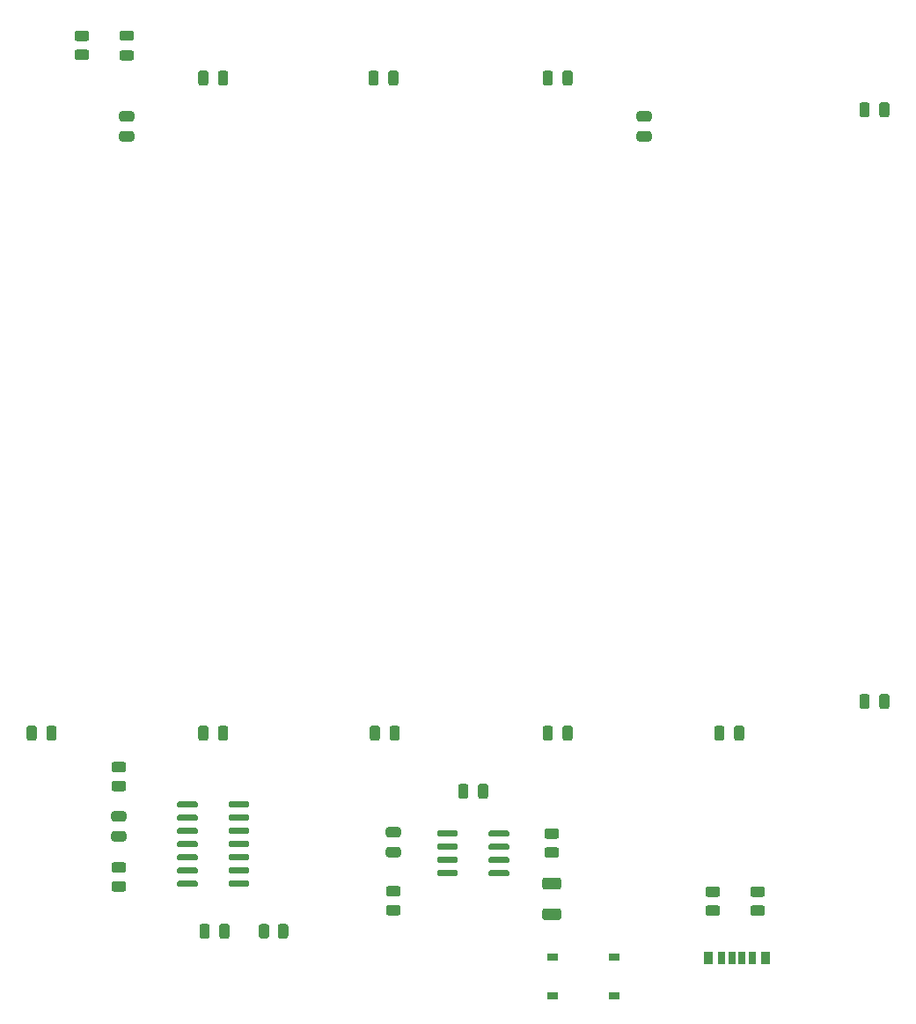
<source format=gbr>
G04 #@! TF.GenerationSoftware,KiCad,Pcbnew,(5.1.9-0-10_14)*
G04 #@! TF.CreationDate,2021-04-09T12:46:09-05:00*
G04 #@! TF.ProjectId,Backplane,4261636b-706c-4616-9e65-2e6b69636164,1*
G04 #@! TF.SameCoordinates,Original*
G04 #@! TF.FileFunction,Paste,Top*
G04 #@! TF.FilePolarity,Positive*
%FSLAX46Y46*%
G04 Gerber Fmt 4.6, Leading zero omitted, Abs format (unit mm)*
G04 Created by KiCad (PCBNEW (5.1.9-0-10_14)) date 2021-04-09 12:46:09*
%MOMM*%
%LPD*%
G01*
G04 APERTURE LIST*
%ADD10R,1.000000X0.750000*%
%ADD11R,0.700000X1.150000*%
%ADD12R,0.800000X1.150000*%
%ADD13R,0.900000X1.150000*%
G04 APERTURE END LIST*
D10*
X155400000Y-146909000D03*
X149400000Y-146909000D03*
X155400000Y-143159000D03*
X149400000Y-143159000D03*
D11*
X167676000Y-143256000D03*
X166676000Y-143256000D03*
D12*
X165656000Y-143256000D03*
X168696000Y-143256000D03*
D13*
X164426000Y-143256000D03*
X169926000Y-143256000D03*
G36*
G01*
X108933000Y-64762000D02*
X107983000Y-64762000D01*
G75*
G02*
X107733000Y-64512000I0J250000D01*
G01*
X107733000Y-64012000D01*
G75*
G02*
X107983000Y-63762000I250000J0D01*
G01*
X108933000Y-63762000D01*
G75*
G02*
X109183000Y-64012000I0J-250000D01*
G01*
X109183000Y-64512000D01*
G75*
G02*
X108933000Y-64762000I-250000J0D01*
G01*
G37*
G36*
G01*
X108933000Y-62862000D02*
X107983000Y-62862000D01*
G75*
G02*
X107733000Y-62612000I0J250000D01*
G01*
X107733000Y-62112000D01*
G75*
G02*
X107983000Y-61862000I250000J0D01*
G01*
X108933000Y-61862000D01*
G75*
G02*
X109183000Y-62112000I0J-250000D01*
G01*
X109183000Y-62612000D01*
G75*
G02*
X108933000Y-62862000I-250000J0D01*
G01*
G37*
G36*
G01*
X101714000Y-121191000D02*
X101714000Y-122141000D01*
G75*
G02*
X101464000Y-122391000I-250000J0D01*
G01*
X100964000Y-122391000D01*
G75*
G02*
X100714000Y-122141000I0J250000D01*
G01*
X100714000Y-121191000D01*
G75*
G02*
X100964000Y-120941000I250000J0D01*
G01*
X101464000Y-120941000D01*
G75*
G02*
X101714000Y-121191000I0J-250000D01*
G01*
G37*
G36*
G01*
X99814000Y-121191000D02*
X99814000Y-122141000D01*
G75*
G02*
X99564000Y-122391000I-250000J0D01*
G01*
X99064000Y-122391000D01*
G75*
G02*
X98814000Y-122141000I0J250000D01*
G01*
X98814000Y-121191000D01*
G75*
G02*
X99064000Y-120941000I250000J0D01*
G01*
X99564000Y-120941000D01*
G75*
G02*
X99814000Y-121191000I0J-250000D01*
G01*
G37*
G36*
G01*
X118224000Y-58199000D02*
X118224000Y-59149000D01*
G75*
G02*
X117974000Y-59399000I-250000J0D01*
G01*
X117474000Y-59399000D01*
G75*
G02*
X117224000Y-59149000I0J250000D01*
G01*
X117224000Y-58199000D01*
G75*
G02*
X117474000Y-57949000I250000J0D01*
G01*
X117974000Y-57949000D01*
G75*
G02*
X118224000Y-58199000I0J-250000D01*
G01*
G37*
G36*
G01*
X116324000Y-58199000D02*
X116324000Y-59149000D01*
G75*
G02*
X116074000Y-59399000I-250000J0D01*
G01*
X115574000Y-59399000D01*
G75*
G02*
X115324000Y-59149000I0J250000D01*
G01*
X115324000Y-58199000D01*
G75*
G02*
X115574000Y-57949000I250000J0D01*
G01*
X116074000Y-57949000D01*
G75*
G02*
X116324000Y-58199000I0J-250000D01*
G01*
G37*
G36*
G01*
X118224000Y-121191000D02*
X118224000Y-122141000D01*
G75*
G02*
X117974000Y-122391000I-250000J0D01*
G01*
X117474000Y-122391000D01*
G75*
G02*
X117224000Y-122141000I0J250000D01*
G01*
X117224000Y-121191000D01*
G75*
G02*
X117474000Y-120941000I250000J0D01*
G01*
X117974000Y-120941000D01*
G75*
G02*
X118224000Y-121191000I0J-250000D01*
G01*
G37*
G36*
G01*
X116324000Y-121191000D02*
X116324000Y-122141000D01*
G75*
G02*
X116074000Y-122391000I-250000J0D01*
G01*
X115574000Y-122391000D01*
G75*
G02*
X115324000Y-122141000I0J250000D01*
G01*
X115324000Y-121191000D01*
G75*
G02*
X115574000Y-120941000I250000J0D01*
G01*
X116074000Y-120941000D01*
G75*
G02*
X116324000Y-121191000I0J-250000D01*
G01*
G37*
G36*
G01*
X108171000Y-132072000D02*
X107221000Y-132072000D01*
G75*
G02*
X106971000Y-131822000I0J250000D01*
G01*
X106971000Y-131322000D01*
G75*
G02*
X107221000Y-131072000I250000J0D01*
G01*
X108171000Y-131072000D01*
G75*
G02*
X108421000Y-131322000I0J-250000D01*
G01*
X108421000Y-131822000D01*
G75*
G02*
X108171000Y-132072000I-250000J0D01*
G01*
G37*
G36*
G01*
X108171000Y-130172000D02*
X107221000Y-130172000D01*
G75*
G02*
X106971000Y-129922000I0J250000D01*
G01*
X106971000Y-129422000D01*
G75*
G02*
X107221000Y-129172000I250000J0D01*
G01*
X108171000Y-129172000D01*
G75*
G02*
X108421000Y-129422000I0J-250000D01*
G01*
X108421000Y-129922000D01*
G75*
G02*
X108171000Y-130172000I-250000J0D01*
G01*
G37*
G36*
G01*
X115456000Y-141191000D02*
X115456000Y-140241000D01*
G75*
G02*
X115706000Y-139991000I250000J0D01*
G01*
X116206000Y-139991000D01*
G75*
G02*
X116456000Y-140241000I0J-250000D01*
G01*
X116456000Y-141191000D01*
G75*
G02*
X116206000Y-141441000I-250000J0D01*
G01*
X115706000Y-141441000D01*
G75*
G02*
X115456000Y-141191000I0J250000D01*
G01*
G37*
G36*
G01*
X117356000Y-141191000D02*
X117356000Y-140241000D01*
G75*
G02*
X117606000Y-139991000I250000J0D01*
G01*
X118106000Y-139991000D01*
G75*
G02*
X118356000Y-140241000I0J-250000D01*
G01*
X118356000Y-141191000D01*
G75*
G02*
X118106000Y-141441000I-250000J0D01*
G01*
X117606000Y-141441000D01*
G75*
G02*
X117356000Y-141191000I0J250000D01*
G01*
G37*
G36*
G01*
X134612000Y-58199000D02*
X134612000Y-59149000D01*
G75*
G02*
X134362000Y-59399000I-250000J0D01*
G01*
X133862000Y-59399000D01*
G75*
G02*
X133612000Y-59149000I0J250000D01*
G01*
X133612000Y-58199000D01*
G75*
G02*
X133862000Y-57949000I250000J0D01*
G01*
X134362000Y-57949000D01*
G75*
G02*
X134612000Y-58199000I0J-250000D01*
G01*
G37*
G36*
G01*
X132712000Y-58199000D02*
X132712000Y-59149000D01*
G75*
G02*
X132462000Y-59399000I-250000J0D01*
G01*
X131962000Y-59399000D01*
G75*
G02*
X131712000Y-59149000I0J250000D01*
G01*
X131712000Y-58199000D01*
G75*
G02*
X131962000Y-57949000I250000J0D01*
G01*
X132462000Y-57949000D01*
G75*
G02*
X132712000Y-58199000I0J-250000D01*
G01*
G37*
G36*
G01*
X134734000Y-121191000D02*
X134734000Y-122141000D01*
G75*
G02*
X134484000Y-122391000I-250000J0D01*
G01*
X133984000Y-122391000D01*
G75*
G02*
X133734000Y-122141000I0J250000D01*
G01*
X133734000Y-121191000D01*
G75*
G02*
X133984000Y-120941000I250000J0D01*
G01*
X134484000Y-120941000D01*
G75*
G02*
X134734000Y-121191000I0J-250000D01*
G01*
G37*
G36*
G01*
X132834000Y-121191000D02*
X132834000Y-122141000D01*
G75*
G02*
X132584000Y-122391000I-250000J0D01*
G01*
X132084000Y-122391000D01*
G75*
G02*
X131834000Y-122141000I0J250000D01*
G01*
X131834000Y-121191000D01*
G75*
G02*
X132084000Y-120941000I250000J0D01*
G01*
X132584000Y-120941000D01*
G75*
G02*
X132834000Y-121191000I0J-250000D01*
G01*
G37*
G36*
G01*
X151376000Y-58199000D02*
X151376000Y-59149000D01*
G75*
G02*
X151126000Y-59399000I-250000J0D01*
G01*
X150626000Y-59399000D01*
G75*
G02*
X150376000Y-59149000I0J250000D01*
G01*
X150376000Y-58199000D01*
G75*
G02*
X150626000Y-57949000I250000J0D01*
G01*
X151126000Y-57949000D01*
G75*
G02*
X151376000Y-58199000I0J-250000D01*
G01*
G37*
G36*
G01*
X149476000Y-58199000D02*
X149476000Y-59149000D01*
G75*
G02*
X149226000Y-59399000I-250000J0D01*
G01*
X148726000Y-59399000D01*
G75*
G02*
X148476000Y-59149000I0J250000D01*
G01*
X148476000Y-58199000D01*
G75*
G02*
X148726000Y-57949000I250000J0D01*
G01*
X149226000Y-57949000D01*
G75*
G02*
X149476000Y-58199000I0J-250000D01*
G01*
G37*
G36*
G01*
X151376000Y-121191000D02*
X151376000Y-122141000D01*
G75*
G02*
X151126000Y-122391000I-250000J0D01*
G01*
X150626000Y-122391000D01*
G75*
G02*
X150376000Y-122141000I0J250000D01*
G01*
X150376000Y-121191000D01*
G75*
G02*
X150626000Y-120941000I250000J0D01*
G01*
X151126000Y-120941000D01*
G75*
G02*
X151376000Y-121191000I0J-250000D01*
G01*
G37*
G36*
G01*
X149476000Y-121191000D02*
X149476000Y-122141000D01*
G75*
G02*
X149226000Y-122391000I-250000J0D01*
G01*
X148726000Y-122391000D01*
G75*
G02*
X148476000Y-122141000I0J250000D01*
G01*
X148476000Y-121191000D01*
G75*
G02*
X148726000Y-120941000I250000J0D01*
G01*
X149226000Y-120941000D01*
G75*
G02*
X149476000Y-121191000I0J-250000D01*
G01*
G37*
G36*
G01*
X134587000Y-133596000D02*
X133637000Y-133596000D01*
G75*
G02*
X133387000Y-133346000I0J250000D01*
G01*
X133387000Y-132846000D01*
G75*
G02*
X133637000Y-132596000I250000J0D01*
G01*
X134587000Y-132596000D01*
G75*
G02*
X134837000Y-132846000I0J-250000D01*
G01*
X134837000Y-133346000D01*
G75*
G02*
X134587000Y-133596000I-250000J0D01*
G01*
G37*
G36*
G01*
X134587000Y-131696000D02*
X133637000Y-131696000D01*
G75*
G02*
X133387000Y-131446000I0J250000D01*
G01*
X133387000Y-130946000D01*
G75*
G02*
X133637000Y-130696000I250000J0D01*
G01*
X134587000Y-130696000D01*
G75*
G02*
X134837000Y-130946000I0J-250000D01*
G01*
X134837000Y-131446000D01*
G75*
G02*
X134587000Y-131696000I-250000J0D01*
G01*
G37*
G36*
G01*
X143248000Y-126779000D02*
X143248000Y-127729000D01*
G75*
G02*
X142998000Y-127979000I-250000J0D01*
G01*
X142498000Y-127979000D01*
G75*
G02*
X142248000Y-127729000I0J250000D01*
G01*
X142248000Y-126779000D01*
G75*
G02*
X142498000Y-126529000I250000J0D01*
G01*
X142998000Y-126529000D01*
G75*
G02*
X143248000Y-126779000I0J-250000D01*
G01*
G37*
G36*
G01*
X141348000Y-126779000D02*
X141348000Y-127729000D01*
G75*
G02*
X141098000Y-127979000I-250000J0D01*
G01*
X140598000Y-127979000D01*
G75*
G02*
X140348000Y-127729000I0J250000D01*
G01*
X140348000Y-126779000D01*
G75*
G02*
X140598000Y-126529000I250000J0D01*
G01*
X141098000Y-126529000D01*
G75*
G02*
X141348000Y-126779000I0J-250000D01*
G01*
G37*
G36*
G01*
X157767000Y-61862000D02*
X158717000Y-61862000D01*
G75*
G02*
X158967000Y-62112000I0J-250000D01*
G01*
X158967000Y-62612000D01*
G75*
G02*
X158717000Y-62862000I-250000J0D01*
G01*
X157767000Y-62862000D01*
G75*
G02*
X157517000Y-62612000I0J250000D01*
G01*
X157517000Y-62112000D01*
G75*
G02*
X157767000Y-61862000I250000J0D01*
G01*
G37*
G36*
G01*
X157767000Y-63762000D02*
X158717000Y-63762000D01*
G75*
G02*
X158967000Y-64012000I0J-250000D01*
G01*
X158967000Y-64512000D01*
G75*
G02*
X158717000Y-64762000I-250000J0D01*
G01*
X157767000Y-64762000D01*
G75*
G02*
X157517000Y-64512000I0J250000D01*
G01*
X157517000Y-64012000D01*
G75*
G02*
X157767000Y-63762000I250000J0D01*
G01*
G37*
G36*
G01*
X167886000Y-121191000D02*
X167886000Y-122141000D01*
G75*
G02*
X167636000Y-122391000I-250000J0D01*
G01*
X167136000Y-122391000D01*
G75*
G02*
X166886000Y-122141000I0J250000D01*
G01*
X166886000Y-121191000D01*
G75*
G02*
X167136000Y-120941000I250000J0D01*
G01*
X167636000Y-120941000D01*
G75*
G02*
X167886000Y-121191000I0J-250000D01*
G01*
G37*
G36*
G01*
X165986000Y-121191000D02*
X165986000Y-122141000D01*
G75*
G02*
X165736000Y-122391000I-250000J0D01*
G01*
X165236000Y-122391000D01*
G75*
G02*
X164986000Y-122141000I0J250000D01*
G01*
X164986000Y-121191000D01*
G75*
G02*
X165236000Y-120941000I250000J0D01*
G01*
X165736000Y-120941000D01*
G75*
G02*
X165986000Y-121191000I0J-250000D01*
G01*
G37*
G36*
G01*
X181856000Y-61247000D02*
X181856000Y-62197000D01*
G75*
G02*
X181606000Y-62447000I-250000J0D01*
G01*
X181106000Y-62447000D01*
G75*
G02*
X180856000Y-62197000I0J250000D01*
G01*
X180856000Y-61247000D01*
G75*
G02*
X181106000Y-60997000I250000J0D01*
G01*
X181606000Y-60997000D01*
G75*
G02*
X181856000Y-61247000I0J-250000D01*
G01*
G37*
G36*
G01*
X179956000Y-61247000D02*
X179956000Y-62197000D01*
G75*
G02*
X179706000Y-62447000I-250000J0D01*
G01*
X179206000Y-62447000D01*
G75*
G02*
X178956000Y-62197000I0J250000D01*
G01*
X178956000Y-61247000D01*
G75*
G02*
X179206000Y-60997000I250000J0D01*
G01*
X179706000Y-60997000D01*
G75*
G02*
X179956000Y-61247000I0J-250000D01*
G01*
G37*
G36*
G01*
X181856000Y-118143000D02*
X181856000Y-119093000D01*
G75*
G02*
X181606000Y-119343000I-250000J0D01*
G01*
X181106000Y-119343000D01*
G75*
G02*
X180856000Y-119093000I0J250000D01*
G01*
X180856000Y-118143000D01*
G75*
G02*
X181106000Y-117893000I250000J0D01*
G01*
X181606000Y-117893000D01*
G75*
G02*
X181856000Y-118143000I0J-250000D01*
G01*
G37*
G36*
G01*
X179956000Y-118143000D02*
X179956000Y-119093000D01*
G75*
G02*
X179706000Y-119343000I-250000J0D01*
G01*
X179206000Y-119343000D01*
G75*
G02*
X178956000Y-119093000I0J250000D01*
G01*
X178956000Y-118143000D01*
G75*
G02*
X179206000Y-117893000I250000J0D01*
G01*
X179706000Y-117893000D01*
G75*
G02*
X179956000Y-118143000I0J-250000D01*
G01*
G37*
G36*
G01*
X108001750Y-55997500D02*
X108914250Y-55997500D01*
G75*
G02*
X109158000Y-56241250I0J-243750D01*
G01*
X109158000Y-56728750D01*
G75*
G02*
X108914250Y-56972500I-243750J0D01*
G01*
X108001750Y-56972500D01*
G75*
G02*
X107758000Y-56728750I0J243750D01*
G01*
X107758000Y-56241250D01*
G75*
G02*
X108001750Y-55997500I243750J0D01*
G01*
G37*
G36*
G01*
X108001750Y-54122500D02*
X108914250Y-54122500D01*
G75*
G02*
X109158000Y-54366250I0J-243750D01*
G01*
X109158000Y-54853750D01*
G75*
G02*
X108914250Y-55097500I-243750J0D01*
G01*
X108001750Y-55097500D01*
G75*
G02*
X107758000Y-54853750I0J243750D01*
G01*
X107758000Y-54366250D01*
G75*
G02*
X108001750Y-54122500I243750J0D01*
G01*
G37*
G36*
G01*
X168713999Y-136393500D02*
X169614001Y-136393500D01*
G75*
G02*
X169864000Y-136643499I0J-249999D01*
G01*
X169864000Y-137168501D01*
G75*
G02*
X169614001Y-137418500I-249999J0D01*
G01*
X168713999Y-137418500D01*
G75*
G02*
X168464000Y-137168501I0J249999D01*
G01*
X168464000Y-136643499D01*
G75*
G02*
X168713999Y-136393500I249999J0D01*
G01*
G37*
G36*
G01*
X168713999Y-138218500D02*
X169614001Y-138218500D01*
G75*
G02*
X169864000Y-138468499I0J-249999D01*
G01*
X169864000Y-138993501D01*
G75*
G02*
X169614001Y-139243500I-249999J0D01*
G01*
X168713999Y-139243500D01*
G75*
G02*
X168464000Y-138993501I0J249999D01*
G01*
X168464000Y-138468499D01*
G75*
G02*
X168713999Y-138218500I249999J0D01*
G01*
G37*
G36*
G01*
X164395999Y-136393500D02*
X165296001Y-136393500D01*
G75*
G02*
X165546000Y-136643499I0J-249999D01*
G01*
X165546000Y-137168501D01*
G75*
G02*
X165296001Y-137418500I-249999J0D01*
G01*
X164395999Y-137418500D01*
G75*
G02*
X164146000Y-137168501I0J249999D01*
G01*
X164146000Y-136643499D01*
G75*
G02*
X164395999Y-136393500I249999J0D01*
G01*
G37*
G36*
G01*
X164395999Y-138218500D02*
X165296001Y-138218500D01*
G75*
G02*
X165546000Y-138468499I0J-249999D01*
G01*
X165546000Y-138993501D01*
G75*
G02*
X165296001Y-139243500I-249999J0D01*
G01*
X164395999Y-139243500D01*
G75*
G02*
X164146000Y-138993501I0J249999D01*
G01*
X164146000Y-138468499D01*
G75*
G02*
X164395999Y-138218500I249999J0D01*
G01*
G37*
G36*
G01*
X107245999Y-124408500D02*
X108146001Y-124408500D01*
G75*
G02*
X108396000Y-124658499I0J-249999D01*
G01*
X108396000Y-125183501D01*
G75*
G02*
X108146001Y-125433500I-249999J0D01*
G01*
X107245999Y-125433500D01*
G75*
G02*
X106996000Y-125183501I0J249999D01*
G01*
X106996000Y-124658499D01*
G75*
G02*
X107245999Y-124408500I249999J0D01*
G01*
G37*
G36*
G01*
X107245999Y-126233500D02*
X108146001Y-126233500D01*
G75*
G02*
X108396000Y-126483499I0J-249999D01*
G01*
X108396000Y-127008501D01*
G75*
G02*
X108146001Y-127258500I-249999J0D01*
G01*
X107245999Y-127258500D01*
G75*
G02*
X106996000Y-127008501I0J249999D01*
G01*
X106996000Y-126483499D01*
G75*
G02*
X107245999Y-126233500I249999J0D01*
G01*
G37*
G36*
G01*
X104590001Y-56947500D02*
X103689999Y-56947500D01*
G75*
G02*
X103440000Y-56697501I0J249999D01*
G01*
X103440000Y-56172499D01*
G75*
G02*
X103689999Y-55922500I249999J0D01*
G01*
X104590001Y-55922500D01*
G75*
G02*
X104840000Y-56172499I0J-249999D01*
G01*
X104840000Y-56697501D01*
G75*
G02*
X104590001Y-56947500I-249999J0D01*
G01*
G37*
G36*
G01*
X104590001Y-55122500D02*
X103689999Y-55122500D01*
G75*
G02*
X103440000Y-54872501I0J249999D01*
G01*
X103440000Y-54347499D01*
G75*
G02*
X103689999Y-54097500I249999J0D01*
G01*
X104590001Y-54097500D01*
G75*
G02*
X104840000Y-54347499I0J-249999D01*
G01*
X104840000Y-54872501D01*
G75*
G02*
X104590001Y-55122500I-249999J0D01*
G01*
G37*
G36*
G01*
X107245999Y-134060500D02*
X108146001Y-134060500D01*
G75*
G02*
X108396000Y-134310499I0J-249999D01*
G01*
X108396000Y-134835501D01*
G75*
G02*
X108146001Y-135085500I-249999J0D01*
G01*
X107245999Y-135085500D01*
G75*
G02*
X106996000Y-134835501I0J249999D01*
G01*
X106996000Y-134310499D01*
G75*
G02*
X107245999Y-134060500I249999J0D01*
G01*
G37*
G36*
G01*
X107245999Y-135885500D02*
X108146001Y-135885500D01*
G75*
G02*
X108396000Y-136135499I0J-249999D01*
G01*
X108396000Y-136660501D01*
G75*
G02*
X108146001Y-136910500I-249999J0D01*
G01*
X107245999Y-136910500D01*
G75*
G02*
X106996000Y-136660501I0J249999D01*
G01*
X106996000Y-136135499D01*
G75*
G02*
X107245999Y-135885500I249999J0D01*
G01*
G37*
G36*
G01*
X133661999Y-136346500D02*
X134562001Y-136346500D01*
G75*
G02*
X134812000Y-136596499I0J-249999D01*
G01*
X134812000Y-137121501D01*
G75*
G02*
X134562001Y-137371500I-249999J0D01*
G01*
X133661999Y-137371500D01*
G75*
G02*
X133412000Y-137121501I0J249999D01*
G01*
X133412000Y-136596499D01*
G75*
G02*
X133661999Y-136346500I249999J0D01*
G01*
G37*
G36*
G01*
X133661999Y-138171500D02*
X134562001Y-138171500D01*
G75*
G02*
X134812000Y-138421499I0J-249999D01*
G01*
X134812000Y-138946501D01*
G75*
G02*
X134562001Y-139196500I-249999J0D01*
G01*
X133661999Y-139196500D01*
G75*
G02*
X133412000Y-138946501I0J249999D01*
G01*
X133412000Y-138421499D01*
G75*
G02*
X133661999Y-138171500I249999J0D01*
G01*
G37*
G36*
G01*
X149802001Y-133655500D02*
X148901999Y-133655500D01*
G75*
G02*
X148652000Y-133405501I0J249999D01*
G01*
X148652000Y-132880499D01*
G75*
G02*
X148901999Y-132630500I249999J0D01*
G01*
X149802001Y-132630500D01*
G75*
G02*
X150052000Y-132880499I0J-249999D01*
G01*
X150052000Y-133405501D01*
G75*
G02*
X149802001Y-133655500I-249999J0D01*
G01*
G37*
G36*
G01*
X149802001Y-131830500D02*
X148901999Y-131830500D01*
G75*
G02*
X148652000Y-131580501I0J249999D01*
G01*
X148652000Y-131055499D01*
G75*
G02*
X148901999Y-130805500I249999J0D01*
G01*
X149802001Y-130805500D01*
G75*
G02*
X150052000Y-131055499I0J-249999D01*
G01*
X150052000Y-131580501D01*
G75*
G02*
X149802001Y-131830500I-249999J0D01*
G01*
G37*
G36*
G01*
X124003500Y-140265999D02*
X124003500Y-141166001D01*
G75*
G02*
X123753501Y-141416000I-249999J0D01*
G01*
X123228499Y-141416000D01*
G75*
G02*
X122978500Y-141166001I0J249999D01*
G01*
X122978500Y-140265999D01*
G75*
G02*
X123228499Y-140016000I249999J0D01*
G01*
X123753501Y-140016000D01*
G75*
G02*
X124003500Y-140265999I0J-249999D01*
G01*
G37*
G36*
G01*
X122178500Y-140265999D02*
X122178500Y-141166001D01*
G75*
G02*
X121928501Y-141416000I-249999J0D01*
G01*
X121403499Y-141416000D01*
G75*
G02*
X121153500Y-141166001I0J249999D01*
G01*
X121153500Y-140265999D01*
G75*
G02*
X121403499Y-140016000I249999J0D01*
G01*
X121928501Y-140016000D01*
G75*
G02*
X122178500Y-140265999I0J-249999D01*
G01*
G37*
G36*
G01*
X113325000Y-128674000D02*
X113325000Y-128374000D01*
G75*
G02*
X113475000Y-128224000I150000J0D01*
G01*
X115125000Y-128224000D01*
G75*
G02*
X115275000Y-128374000I0J-150000D01*
G01*
X115275000Y-128674000D01*
G75*
G02*
X115125000Y-128824000I-150000J0D01*
G01*
X113475000Y-128824000D01*
G75*
G02*
X113325000Y-128674000I0J150000D01*
G01*
G37*
G36*
G01*
X113325000Y-129944000D02*
X113325000Y-129644000D01*
G75*
G02*
X113475000Y-129494000I150000J0D01*
G01*
X115125000Y-129494000D01*
G75*
G02*
X115275000Y-129644000I0J-150000D01*
G01*
X115275000Y-129944000D01*
G75*
G02*
X115125000Y-130094000I-150000J0D01*
G01*
X113475000Y-130094000D01*
G75*
G02*
X113325000Y-129944000I0J150000D01*
G01*
G37*
G36*
G01*
X113325000Y-131214000D02*
X113325000Y-130914000D01*
G75*
G02*
X113475000Y-130764000I150000J0D01*
G01*
X115125000Y-130764000D01*
G75*
G02*
X115275000Y-130914000I0J-150000D01*
G01*
X115275000Y-131214000D01*
G75*
G02*
X115125000Y-131364000I-150000J0D01*
G01*
X113475000Y-131364000D01*
G75*
G02*
X113325000Y-131214000I0J150000D01*
G01*
G37*
G36*
G01*
X113325000Y-132484000D02*
X113325000Y-132184000D01*
G75*
G02*
X113475000Y-132034000I150000J0D01*
G01*
X115125000Y-132034000D01*
G75*
G02*
X115275000Y-132184000I0J-150000D01*
G01*
X115275000Y-132484000D01*
G75*
G02*
X115125000Y-132634000I-150000J0D01*
G01*
X113475000Y-132634000D01*
G75*
G02*
X113325000Y-132484000I0J150000D01*
G01*
G37*
G36*
G01*
X113325000Y-133754000D02*
X113325000Y-133454000D01*
G75*
G02*
X113475000Y-133304000I150000J0D01*
G01*
X115125000Y-133304000D01*
G75*
G02*
X115275000Y-133454000I0J-150000D01*
G01*
X115275000Y-133754000D01*
G75*
G02*
X115125000Y-133904000I-150000J0D01*
G01*
X113475000Y-133904000D01*
G75*
G02*
X113325000Y-133754000I0J150000D01*
G01*
G37*
G36*
G01*
X113325000Y-135024000D02*
X113325000Y-134724000D01*
G75*
G02*
X113475000Y-134574000I150000J0D01*
G01*
X115125000Y-134574000D01*
G75*
G02*
X115275000Y-134724000I0J-150000D01*
G01*
X115275000Y-135024000D01*
G75*
G02*
X115125000Y-135174000I-150000J0D01*
G01*
X113475000Y-135174000D01*
G75*
G02*
X113325000Y-135024000I0J150000D01*
G01*
G37*
G36*
G01*
X113325000Y-136294000D02*
X113325000Y-135994000D01*
G75*
G02*
X113475000Y-135844000I150000J0D01*
G01*
X115125000Y-135844000D01*
G75*
G02*
X115275000Y-135994000I0J-150000D01*
G01*
X115275000Y-136294000D01*
G75*
G02*
X115125000Y-136444000I-150000J0D01*
G01*
X113475000Y-136444000D01*
G75*
G02*
X113325000Y-136294000I0J150000D01*
G01*
G37*
G36*
G01*
X118275000Y-136294000D02*
X118275000Y-135994000D01*
G75*
G02*
X118425000Y-135844000I150000J0D01*
G01*
X120075000Y-135844000D01*
G75*
G02*
X120225000Y-135994000I0J-150000D01*
G01*
X120225000Y-136294000D01*
G75*
G02*
X120075000Y-136444000I-150000J0D01*
G01*
X118425000Y-136444000D01*
G75*
G02*
X118275000Y-136294000I0J150000D01*
G01*
G37*
G36*
G01*
X118275000Y-135024000D02*
X118275000Y-134724000D01*
G75*
G02*
X118425000Y-134574000I150000J0D01*
G01*
X120075000Y-134574000D01*
G75*
G02*
X120225000Y-134724000I0J-150000D01*
G01*
X120225000Y-135024000D01*
G75*
G02*
X120075000Y-135174000I-150000J0D01*
G01*
X118425000Y-135174000D01*
G75*
G02*
X118275000Y-135024000I0J150000D01*
G01*
G37*
G36*
G01*
X118275000Y-133754000D02*
X118275000Y-133454000D01*
G75*
G02*
X118425000Y-133304000I150000J0D01*
G01*
X120075000Y-133304000D01*
G75*
G02*
X120225000Y-133454000I0J-150000D01*
G01*
X120225000Y-133754000D01*
G75*
G02*
X120075000Y-133904000I-150000J0D01*
G01*
X118425000Y-133904000D01*
G75*
G02*
X118275000Y-133754000I0J150000D01*
G01*
G37*
G36*
G01*
X118275000Y-132484000D02*
X118275000Y-132184000D01*
G75*
G02*
X118425000Y-132034000I150000J0D01*
G01*
X120075000Y-132034000D01*
G75*
G02*
X120225000Y-132184000I0J-150000D01*
G01*
X120225000Y-132484000D01*
G75*
G02*
X120075000Y-132634000I-150000J0D01*
G01*
X118425000Y-132634000D01*
G75*
G02*
X118275000Y-132484000I0J150000D01*
G01*
G37*
G36*
G01*
X118275000Y-131214000D02*
X118275000Y-130914000D01*
G75*
G02*
X118425000Y-130764000I150000J0D01*
G01*
X120075000Y-130764000D01*
G75*
G02*
X120225000Y-130914000I0J-150000D01*
G01*
X120225000Y-131214000D01*
G75*
G02*
X120075000Y-131364000I-150000J0D01*
G01*
X118425000Y-131364000D01*
G75*
G02*
X118275000Y-131214000I0J150000D01*
G01*
G37*
G36*
G01*
X118275000Y-129944000D02*
X118275000Y-129644000D01*
G75*
G02*
X118425000Y-129494000I150000J0D01*
G01*
X120075000Y-129494000D01*
G75*
G02*
X120225000Y-129644000I0J-150000D01*
G01*
X120225000Y-129944000D01*
G75*
G02*
X120075000Y-130094000I-150000J0D01*
G01*
X118425000Y-130094000D01*
G75*
G02*
X118275000Y-129944000I0J150000D01*
G01*
G37*
G36*
G01*
X118275000Y-128674000D02*
X118275000Y-128374000D01*
G75*
G02*
X118425000Y-128224000I150000J0D01*
G01*
X120075000Y-128224000D01*
G75*
G02*
X120225000Y-128374000I0J-150000D01*
G01*
X120225000Y-128674000D01*
G75*
G02*
X120075000Y-128824000I-150000J0D01*
G01*
X118425000Y-128824000D01*
G75*
G02*
X118275000Y-128674000I0J150000D01*
G01*
G37*
G36*
G01*
X138347000Y-131468000D02*
X138347000Y-131168000D01*
G75*
G02*
X138497000Y-131018000I150000J0D01*
G01*
X140147000Y-131018000D01*
G75*
G02*
X140297000Y-131168000I0J-150000D01*
G01*
X140297000Y-131468000D01*
G75*
G02*
X140147000Y-131618000I-150000J0D01*
G01*
X138497000Y-131618000D01*
G75*
G02*
X138347000Y-131468000I0J150000D01*
G01*
G37*
G36*
G01*
X138347000Y-132738000D02*
X138347000Y-132438000D01*
G75*
G02*
X138497000Y-132288000I150000J0D01*
G01*
X140147000Y-132288000D01*
G75*
G02*
X140297000Y-132438000I0J-150000D01*
G01*
X140297000Y-132738000D01*
G75*
G02*
X140147000Y-132888000I-150000J0D01*
G01*
X138497000Y-132888000D01*
G75*
G02*
X138347000Y-132738000I0J150000D01*
G01*
G37*
G36*
G01*
X138347000Y-134008000D02*
X138347000Y-133708000D01*
G75*
G02*
X138497000Y-133558000I150000J0D01*
G01*
X140147000Y-133558000D01*
G75*
G02*
X140297000Y-133708000I0J-150000D01*
G01*
X140297000Y-134008000D01*
G75*
G02*
X140147000Y-134158000I-150000J0D01*
G01*
X138497000Y-134158000D01*
G75*
G02*
X138347000Y-134008000I0J150000D01*
G01*
G37*
G36*
G01*
X138347000Y-135278000D02*
X138347000Y-134978000D01*
G75*
G02*
X138497000Y-134828000I150000J0D01*
G01*
X140147000Y-134828000D01*
G75*
G02*
X140297000Y-134978000I0J-150000D01*
G01*
X140297000Y-135278000D01*
G75*
G02*
X140147000Y-135428000I-150000J0D01*
G01*
X138497000Y-135428000D01*
G75*
G02*
X138347000Y-135278000I0J150000D01*
G01*
G37*
G36*
G01*
X143297000Y-135278000D02*
X143297000Y-134978000D01*
G75*
G02*
X143447000Y-134828000I150000J0D01*
G01*
X145097000Y-134828000D01*
G75*
G02*
X145247000Y-134978000I0J-150000D01*
G01*
X145247000Y-135278000D01*
G75*
G02*
X145097000Y-135428000I-150000J0D01*
G01*
X143447000Y-135428000D01*
G75*
G02*
X143297000Y-135278000I0J150000D01*
G01*
G37*
G36*
G01*
X143297000Y-134008000D02*
X143297000Y-133708000D01*
G75*
G02*
X143447000Y-133558000I150000J0D01*
G01*
X145097000Y-133558000D01*
G75*
G02*
X145247000Y-133708000I0J-150000D01*
G01*
X145247000Y-134008000D01*
G75*
G02*
X145097000Y-134158000I-150000J0D01*
G01*
X143447000Y-134158000D01*
G75*
G02*
X143297000Y-134008000I0J150000D01*
G01*
G37*
G36*
G01*
X143297000Y-132738000D02*
X143297000Y-132438000D01*
G75*
G02*
X143447000Y-132288000I150000J0D01*
G01*
X145097000Y-132288000D01*
G75*
G02*
X145247000Y-132438000I0J-150000D01*
G01*
X145247000Y-132738000D01*
G75*
G02*
X145097000Y-132888000I-150000J0D01*
G01*
X143447000Y-132888000D01*
G75*
G02*
X143297000Y-132738000I0J150000D01*
G01*
G37*
G36*
G01*
X143297000Y-131468000D02*
X143297000Y-131168000D01*
G75*
G02*
X143447000Y-131018000I150000J0D01*
G01*
X145097000Y-131018000D01*
G75*
G02*
X145247000Y-131168000I0J-150000D01*
G01*
X145247000Y-131468000D01*
G75*
G02*
X145097000Y-131618000I-150000J0D01*
G01*
X143447000Y-131618000D01*
G75*
G02*
X143297000Y-131468000I0J150000D01*
G01*
G37*
G36*
G01*
X148701999Y-135552000D02*
X150002001Y-135552000D01*
G75*
G02*
X150252000Y-135801999I0J-249999D01*
G01*
X150252000Y-136452001D01*
G75*
G02*
X150002001Y-136702000I-249999J0D01*
G01*
X148701999Y-136702000D01*
G75*
G02*
X148452000Y-136452001I0J249999D01*
G01*
X148452000Y-135801999D01*
G75*
G02*
X148701999Y-135552000I249999J0D01*
G01*
G37*
G36*
G01*
X148701999Y-138502000D02*
X150002001Y-138502000D01*
G75*
G02*
X150252000Y-138751999I0J-249999D01*
G01*
X150252000Y-139402001D01*
G75*
G02*
X150002001Y-139652000I-249999J0D01*
G01*
X148701999Y-139652000D01*
G75*
G02*
X148452000Y-139402001I0J249999D01*
G01*
X148452000Y-138751999D01*
G75*
G02*
X148701999Y-138502000I249999J0D01*
G01*
G37*
M02*

</source>
